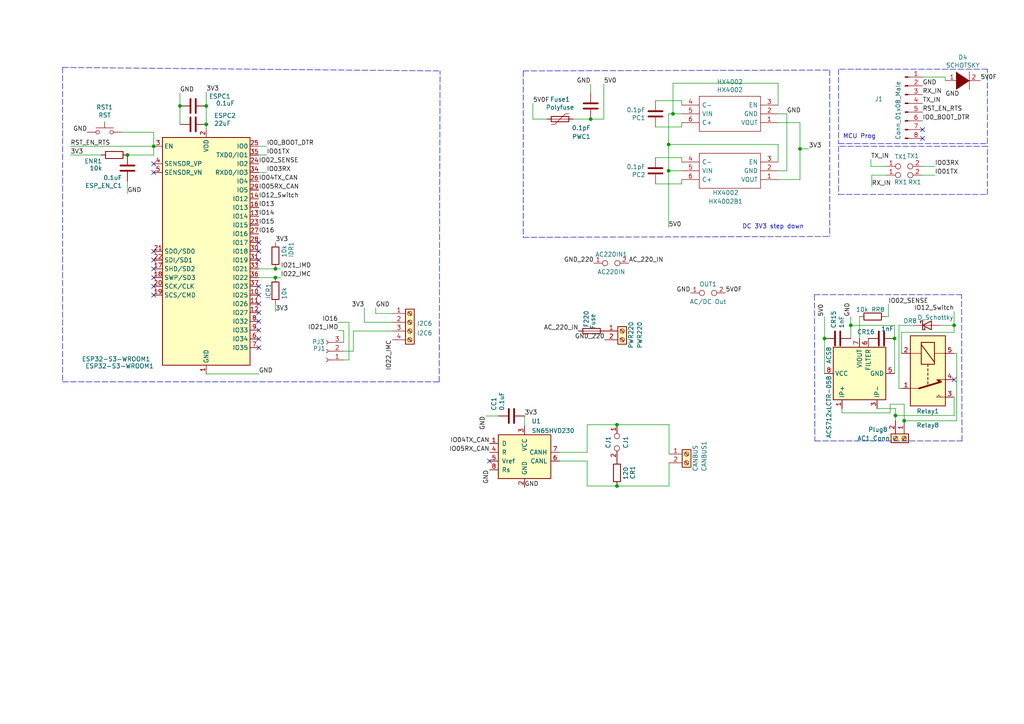
<source format=kicad_sch>
(kicad_sch (version 20211123) (generator eeschema)
  (paper "A4")
  (lib_symbols
    (symbol "Connector:Conn_01x03_Female" (pin_names (offset 1.016) hide)
      (property "Reference" "J" (at 0 5.08 0))
      (property "Value" "Conn_01x03_Female" (at 0 -5.08 0))
      (symbol "Conn_01x03_Female_1_1"
        (arc (start 0 -2.032) (mid -0.508 -2.54) (end 0 -3.048) (stroke (width 0.1524)))
        (polyline (pts (xy -1.27 -2.54) (xy -0.508 -2.54)) (stroke (width 0.1524)))
        (polyline (pts (xy -1.27 0) (xy -0.508 0)) (stroke (width 0.1524)))
        (polyline (pts (xy -1.27 2.54) (xy -0.508 2.54)) (stroke (width 0.1524)))
        (arc (start 0 0.508) (mid -0.508 0) (end 0 -0.508) (stroke (width 0.1524)))
        (arc (start 0 3.048) (mid -0.508 2.54) (end 0 2.032) (stroke (width 0.1524)))
        (pin passive line (at -5.08 2.54 0) (length 3.81) (name "Pin_1") (number "1"))
        (pin passive line (at -5.08 0 0) (length 3.81) (name "Pin_2") (number "2"))
        (pin passive line (at -5.08 -2.54 0) (length 3.81) (name "Pin_3") (number "3"))
      )
    )
    (symbol "Connector:Conn_01x08_Male" (pin_names (offset 1.016) hide)
      (property "Reference" "J" (at 0 10.16 0))
      (property "Value" "Conn_01x08_Male" (at 0 -12.7 0))
      (symbol "Conn_01x08_Male_1_1"
        (polyline (pts (xy 1.27 -10.16) (xy 0.8636 -10.16)) (stroke (width 0.1524)))
        (polyline (pts (xy 1.27 -7.62) (xy 0.8636 -7.62)) (stroke (width 0.1524)))
        (polyline (pts (xy 1.27 -5.08) (xy 0.8636 -5.08)) (stroke (width 0.1524)))
        (polyline (pts (xy 1.27 -2.54) (xy 0.8636 -2.54)) (stroke (width 0.1524)))
        (polyline (pts (xy 1.27 0) (xy 0.8636 0)) (stroke (width 0.1524)))
        (polyline (pts (xy 1.27 2.54) (xy 0.8636 2.54)) (stroke (width 0.1524)))
        (polyline (pts (xy 1.27 5.08) (xy 0.8636 5.08)) (stroke (width 0.1524)))
        (polyline (pts (xy 1.27 7.62) (xy 0.8636 7.62)) (stroke (width 0.1524)))
        (rectangle (start 0.8636 -10.033) (end 0 -10.287) (stroke (width 0.1524)) (fill (type outline)))
        (rectangle (start 0.8636 -7.493) (end 0 -7.747) (stroke (width 0.1524)) (fill (type outline)))
        (rectangle (start 0.8636 -4.953) (end 0 -5.207) (stroke (width 0.1524)) (fill (type outline)))
        (rectangle (start 0.8636 -2.413) (end 0 -2.667) (stroke (width 0.1524)) (fill (type outline)))
        (rectangle (start 0.8636 0.127) (end 0 -0.127) (stroke (width 0.1524)) (fill (type outline)))
        (rectangle (start 0.8636 2.667) (end 0 2.413) (stroke (width 0.1524)) (fill (type outline)))
        (rectangle (start 0.8636 5.207) (end 0 4.953) (stroke (width 0.1524)) (fill (type outline)))
        (rectangle (start 0.8636 7.747) (end 0 7.493) (stroke (width 0.1524)) (fill (type outline)))
        (pin passive line (at 5.08 7.62 180) (length 3.81) (name "Pin_1") (number "1"))
        (pin passive line (at 5.08 5.08 180) (length 3.81) (name "Pin_2") (number "2"))
        (pin passive line (at 5.08 2.54 180) (length 3.81) (name "Pin_3") (number "3"))
        (pin passive line (at 5.08 0 180) (length 3.81) (name "Pin_4") (number "4"))
        (pin passive line (at 5.08 -2.54 180) (length 3.81) (name "Pin_5") (number "5"))
        (pin passive line (at 5.08 -5.08 180) (length 3.81) (name "Pin_6") (number "6"))
        (pin passive line (at 5.08 -7.62 180) (length 3.81) (name "Pin_7") (number "7"))
        (pin passive line (at 5.08 -10.16 180) (length 3.81) (name "Pin_8") (number "8"))
      )
    )
    (symbol "Connector:Screw_Terminal_01x02" (pin_names (offset 1.016) hide)
      (property "Reference" "J" (at 0 2.54 0))
      (property "Value" "Screw_Terminal_01x02" (at 0 -5.08 0))
      (symbol "Screw_Terminal_01x02_1_1"
        (rectangle (start -1.27 1.27) (end 1.27 -3.81) (stroke (width 0.254)) (fill (type background)))
        (circle (center 0 -2.54) (radius 0.635) (stroke (width 0.1524)))
        (polyline (pts (xy -0.5334 -2.2098) (xy 0.3302 -3.048)) (stroke (width 0.1524)))
        (polyline (pts (xy -0.5334 0.3302) (xy 0.3302 -0.508)) (stroke (width 0.1524)))
        (polyline (pts (xy -0.3556 -2.032) (xy 0.508 -2.8702)) (stroke (width 0.1524)))
        (polyline (pts (xy -0.3556 0.508) (xy 0.508 -0.3302)) (stroke (width 0.1524)))
        (circle (center 0 0) (radius 0.635) (stroke (width 0.1524)))
        (pin passive line (at -5.08 0 0) (length 3.81) (name "Pin_1") (number "1"))
        (pin passive line (at -5.08 -2.54 0) (length 3.81) (name "Pin_2") (number "2"))
      )
    )
    (symbol "Connector:Screw_Terminal_01x04" (pin_names (offset 1.016) hide)
      (property "Reference" "J" (at 0 5.08 0))
      (property "Value" "Screw_Terminal_01x04" (at 0 -7.62 0))
      (symbol "Screw_Terminal_01x04_1_1"
        (rectangle (start -1.27 3.81) (end 1.27 -6.35) (stroke (width 0.254)) (fill (type background)))
        (circle (center 0 -5.08) (radius 0.635) (stroke (width 0.1524)))
        (circle (center 0 -2.54) (radius 0.635) (stroke (width 0.1524)))
        (polyline (pts (xy -0.5334 -4.7498) (xy 0.3302 -5.588)) (stroke (width 0.1524)))
        (polyline (pts (xy -0.5334 -2.2098) (xy 0.3302 -3.048)) (stroke (width 0.1524)))
        (polyline (pts (xy -0.5334 0.3302) (xy 0.3302 -0.508)) (stroke (width 0.1524)))
        (polyline (pts (xy -0.5334 2.8702) (xy 0.3302 2.032)) (stroke (width 0.1524)))
        (polyline (pts (xy -0.3556 -4.572) (xy 0.508 -5.4102)) (stroke (width 0.1524)))
        (polyline (pts (xy -0.3556 -2.032) (xy 0.508 -2.8702)) (stroke (width 0.1524)))
        (polyline (pts (xy -0.3556 0.508) (xy 0.508 -0.3302)) (stroke (width 0.1524)))
        (polyline (pts (xy -0.3556 3.048) (xy 0.508 2.2098)) (stroke (width 0.1524)))
        (circle (center 0 0) (radius 0.635) (stroke (width 0.1524)))
        (circle (center 0 2.54) (radius 0.635) (stroke (width 0.1524)))
        (pin passive line (at -5.08 2.54 0) (length 3.81) (name "Pin_1") (number "1"))
        (pin passive line (at -5.08 0 0) (length 3.81) (name "Pin_2") (number "2"))
        (pin passive line (at -5.08 -2.54 0) (length 3.81) (name "Pin_3") (number "3"))
        (pin passive line (at -5.08 -5.08 0) (length 3.81) (name "Pin_4") (number "4"))
      )
    )
    (symbol "Connector:TestPoint_2Pole" (pin_names (offset 0.762) hide)
      (property "Reference" "TP" (at 0 1.524 0))
      (property "Value" "TestPoint_2Pole" (at 0 -1.778 0))
      (symbol "TestPoint_2Pole_0_1"
        (circle (center -1.778 0) (radius 0.762))
        (circle (center 1.778 0) (radius 0.762))
        (pin passive line (at -5.08 0 0) (length 2.54) (name "1") (number "1"))
        (pin passive line (at 5.08 0 180) (length 2.54) (name "2") (number "2"))
      )
    )
    (symbol "Device:C" (pin_numbers hide) (pin_names (offset 0.254))
      (property "Reference" "C" (at 0.635 2.54 0))
      (property "Value" "C" (at 0.635 -2.54 0))
      (symbol "C_0_1"
        (polyline (pts (xy -2.032 -0.762) (xy 2.032 -0.762)) (stroke (width 0.508)))
        (polyline (pts (xy -2.032 0.762) (xy 2.032 0.762)) (stroke (width 0.508)))
      )
      (symbol "C_1_1"
        (pin passive line (at 0 3.81 270) (length 2.794) (name "~") (number "1"))
        (pin passive line (at 0 -3.81 90) (length 2.794) (name "~") (number "2"))
      )
    )
    (symbol "Device:D_Schottky" (pin_numbers hide) (pin_names (offset 1.016) hide)
      (property "Reference" "D" (at 0 2.54 0))
      (property "Value" "D_Schottky" (at 0 -2.54 0))
      (symbol "D_Schottky_0_1"
        (polyline (pts (xy 1.27 0) (xy -1.27 0)))
        (polyline (pts (xy 1.27 1.27) (xy 1.27 -1.27) (xy -1.27 0) (xy 1.27 1.27)) (stroke (width 0.254)))
        (polyline (pts (xy -1.905 0.635) (xy -1.905 1.27) (xy -1.27 1.27) (xy -1.27 -1.27) (xy -0.635 -1.27) (xy -0.635 -0.635)) (stroke (width 0.254)))
      )
      (symbol "D_Schottky_1_1"
        (pin passive line (at -3.81 0 0) (length 2.54) (name "K") (number "1"))
        (pin passive line (at 3.81 0 180) (length 2.54) (name "A") (number "2"))
      )
    )
    (symbol "Device:Fuse" (pin_numbers hide) (pin_names (offset 0))
      (property "Reference" "F" (at 2.032 0 90))
      (property "Value" "Fuse" (at -1.905 0 90))
      (symbol "Fuse_0_1"
        (rectangle (start -0.762 -2.54) (end 0.762 2.54) (stroke (width 0.254)))
        (polyline (pts (xy 0 2.54) (xy 0 -2.54)))
      )
      (symbol "Fuse_1_1"
        (pin passive line (at 0 3.81 270) (length 1.27) (name "~") (number "1"))
        (pin passive line (at 0 -3.81 90) (length 1.27) (name "~") (number "2"))
      )
    )
    (symbol "Device:Polyfuse" (pin_numbers hide) (pin_names (offset 0))
      (property "Reference" "F" (at -2.54 0 90))
      (property "Value" "Polyfuse" (at 2.54 0 90))
      (symbol "Polyfuse_0_1"
        (rectangle (start -0.762 2.54) (end 0.762 -2.54) (stroke (width 0.254)))
        (polyline (pts (xy 0 2.54) (xy 0 -2.54)))
        (polyline (pts (xy -1.524 2.54) (xy -1.524 1.524) (xy 1.524 -1.524) (xy 1.524 -2.54)))
      )
      (symbol "Polyfuse_1_1"
        (pin passive line (at 0 3.81 270) (length 1.27) (name "~") (number "1"))
        (pin passive line (at 0 -3.81 90) (length 1.27) (name "~") (number "2"))
      )
    )
    (symbol "Device:R" (pin_numbers hide) (pin_names (offset 0))
      (property "Reference" "R" (at 2.032 0 90))
      (property "Value" "R" (at 0 0 90))
      (symbol "R_0_1"
        (rectangle (start -1.016 -2.54) (end 1.016 2.54) (stroke (width 0.254)))
      )
      (symbol "R_1_1"
        (pin passive line (at 0 3.81 270) (length 1.27) (name "~") (number "1"))
        (pin passive line (at 0 -3.81 90) (length 1.27) (name "~") (number "2"))
      )
    )
    (symbol "HX4002:HX4002" (pin_names (offset 0.762))
      (property "Reference" "IC" (at 24.13 7.62 0))
      (property "Value" "HX4002_HX4002" (at 24.13 5.08 0))
      (symbol "HX4002_0_0"
        (pin passive line (at 0 0 0) (length 5.08) (name "VOUT") (number "1"))
        (pin passive line (at 0 -2.54 0) (length 5.08) (name "GND") (number "2"))
        (pin passive line (at 0 -5.08 0) (length 5.08) (name "EN") (number "3"))
        (pin passive line (at 27.94 -5.08 180) (length 5.08) (name "C-") (number "4"))
        (pin passive line (at 27.94 -2.54 180) (length 5.08) (name "VIN") (number "5"))
        (pin passive line (at 27.94 0 180) (length 5.08) (name "C+") (number "6"))
      )
      (symbol "HX4002_0_1"
        (polyline (pts (xy 5.08 2.54) (xy 22.86 2.54) (xy 22.86 -7.62) (xy 5.08 -7.62) (xy 5.08 2.54)) (stroke (width 0.1524)))
      )
    )
    (symbol "Interface_CAN_LIN:SN65HVD230" (pin_names (offset 1.016))
      (property "Reference" "U" (at -2.54 10.16 0))
      (property "Value" "SN65HVD230" (at -2.54 7.62 0))
      (symbol "SN65HVD230_0_1"
        (rectangle (start -7.62 5.08) (end 7.62 -7.62) (stroke (width 0.254)) (fill (type background)))
      )
      (symbol "SN65HVD230_1_1"
        (pin input line (at -10.16 2.54 0) (length 2.54) (name "D") (number "1"))
        (pin power_in line (at 0 -10.16 90) (length 2.54) (name "GND") (number "2"))
        (pin power_in line (at 0 7.62 270) (length 2.54) (name "VCC") (number "3"))
        (pin output line (at -10.16 0 0) (length 2.54) (name "R") (number "4"))
        (pin output line (at -10.16 -2.54 0) (length 2.54) (name "Vref") (number "5"))
        (pin bidirectional line (at 10.16 -2.54 180) (length 2.54) (name "CANL") (number "6"))
        (pin bidirectional line (at 10.16 0 180) (length 2.54) (name "CANH") (number "7"))
        (pin input line (at -10.16 -5.08 0) (length 2.54) (name "Rs") (number "8"))
      )
    )
    (symbol "RF_Module:ESP32-WROOM-32"
      (property "Reference" "U" (at -12.7 34.29 0))
      (property "Value" "ESP32-WROOM-32" (at 1.27 34.29 0))
      (symbol "ESP32-WROOM-32_0_1"
        (rectangle (start -12.7 33.02) (end 12.7 -33.02) (stroke (width 0.254)) (fill (type background)))
      )
      (symbol "ESP32-WROOM-32_1_1"
        (pin power_in line (at 0 -35.56 90) (length 2.54) (name "GND") (number "1"))
        (pin bidirectional line (at 15.24 -12.7 180) (length 2.54) (name "IO25") (number "10"))
        (pin bidirectional line (at 15.24 -15.24 180) (length 2.54) (name "IO26") (number "11"))
        (pin bidirectional line (at 15.24 -17.78 180) (length 2.54) (name "IO27") (number "12"))
        (pin bidirectional line (at 15.24 10.16 180) (length 2.54) (name "IO14") (number "13"))
        (pin bidirectional line (at 15.24 15.24 180) (length 2.54) (name "IO12") (number "14"))
        (pin passive line (at 0 -35.56 90) (length 2.54) hide (name "GND") (number "15"))
        (pin bidirectional line (at 15.24 12.7 180) (length 2.54) (name "IO13") (number "16"))
        (pin bidirectional line (at -15.24 -5.08 0) (length 2.54) (name "SHD/SD2") (number "17"))
        (pin bidirectional line (at -15.24 -7.62 0) (length 2.54) (name "SWP/SD3") (number "18"))
        (pin bidirectional line (at -15.24 -12.7 0) (length 2.54) (name "SCS/CMD") (number "19"))
        (pin power_in line (at 0 35.56 270) (length 2.54) (name "VDD") (number "2"))
        (pin bidirectional line (at -15.24 -10.16 0) (length 2.54) (name "SCK/CLK") (number "20"))
        (pin bidirectional line (at -15.24 0 0) (length 2.54) (name "SDO/SD0") (number "21"))
        (pin bidirectional line (at -15.24 -2.54 0) (length 2.54) (name "SDI/SD1") (number "22"))
        (pin bidirectional line (at 15.24 7.62 180) (length 2.54) (name "IO15") (number "23"))
        (pin bidirectional line (at 15.24 25.4 180) (length 2.54) (name "IO2") (number "24"))
        (pin bidirectional line (at 15.24 30.48 180) (length 2.54) (name "IO0") (number "25"))
        (pin bidirectional line (at 15.24 20.32 180) (length 2.54) (name "IO4") (number "26"))
        (pin bidirectional line (at 15.24 5.08 180) (length 2.54) (name "IO16") (number "27"))
        (pin bidirectional line (at 15.24 2.54 180) (length 2.54) (name "IO17") (number "28"))
        (pin bidirectional line (at 15.24 17.78 180) (length 2.54) (name "IO5") (number "29"))
        (pin input line (at -15.24 30.48 0) (length 2.54) (name "EN") (number "3"))
        (pin bidirectional line (at 15.24 0 180) (length 2.54) (name "IO18") (number "30"))
        (pin bidirectional line (at 15.24 -2.54 180) (length 2.54) (name "IO19") (number "31"))
        (pin no_connect line (at -12.7 -27.94 0) (length 2.54) hide (name "NC") (number "32"))
        (pin bidirectional line (at 15.24 -5.08 180) (length 2.54) (name "IO21") (number "33"))
        (pin bidirectional line (at 15.24 22.86 180) (length 2.54) (name "RXD0/IO3") (number "34"))
        (pin bidirectional line (at 15.24 27.94 180) (length 2.54) (name "TXD0/IO1") (number "35"))
        (pin bidirectional line (at 15.24 -7.62 180) (length 2.54) (name "IO22") (number "36"))
        (pin bidirectional line (at 15.24 -10.16 180) (length 2.54) (name "IO23") (number "37"))
        (pin passive line (at 0 -35.56 90) (length 2.54) hide (name "GND") (number "38"))
        (pin passive line (at 0 -35.56 90) (length 2.54) hide (name "GND") (number "39"))
        (pin input line (at -15.24 25.4 0) (length 2.54) (name "SENSOR_VP") (number "4"))
        (pin input line (at -15.24 22.86 0) (length 2.54) (name "SENSOR_VN") (number "5"))
        (pin input line (at 15.24 -25.4 180) (length 2.54) (name "IO34") (number "6"))
        (pin input line (at 15.24 -27.94 180) (length 2.54) (name "IO35") (number "7"))
        (pin bidirectional line (at 15.24 -20.32 180) (length 2.54) (name "IO32") (number "8"))
        (pin bidirectional line (at 15.24 -22.86 180) (length 2.54) (name "IO33") (number "9"))
      )
    )
    (symbol "Relay:SANYOU_SRD_Form_C"
      (property "Reference" "K" (at 11.43 3.81 0))
      (property "Value" "SANYOU_SRD_Form_C" (at 11.43 1.27 0))
      (symbol "SANYOU_SRD_Form_C_0_0"
        (polyline (pts (xy 7.62 5.08) (xy 7.62 2.54) (xy 6.985 3.175) (xy 7.62 3.81)))
      )
      (symbol "SANYOU_SRD_Form_C_0_1"
        (rectangle (start -10.16 5.08) (end 10.16 -5.08) (stroke (width 0.254)) (fill (type background)))
        (rectangle (start -8.255 1.905) (end -1.905 -1.905) (stroke (width 0.254)))
        (polyline (pts (xy -7.62 -1.905) (xy -2.54 1.905)) (stroke (width 0.254)))
        (polyline (pts (xy -5.08 -5.08) (xy -5.08 -1.905)))
        (polyline (pts (xy -5.08 5.08) (xy -5.08 1.905)))
        (polyline (pts (xy -1.905 0) (xy -1.27 0)) (stroke (width 0.254)))
        (polyline (pts (xy -0.635 0) (xy 0 0)) (stroke (width 0.254)))
        (polyline (pts (xy 0.635 0) (xy 1.27 0)) (stroke (width 0.254)))
        (polyline (pts (xy 1.905 0) (xy 2.54 0)) (stroke (width 0.254)))
        (polyline (pts (xy 3.175 0) (xy 3.81 0)) (stroke (width 0.254)))
        (polyline (pts (xy 5.08 -2.54) (xy 3.175 3.81)) (stroke (width 0.508)))
        (polyline (pts (xy 5.08 -2.54) (xy 5.08 -5.08)))
      )
      (symbol "SANYOU_SRD_Form_C_1_1"
        (polyline (pts (xy 2.54 3.81) (xy 3.175 3.175) (xy 2.54 2.54) (xy 2.54 5.08)) (fill (type outline)))
        (pin passive line (at 5.08 -7.62 90) (length 2.54) (name "~") (number "1"))
        (pin passive line (at -5.08 -7.62 90) (length 2.54) (name "~") (number "2"))
        (pin passive line (at 7.62 7.62 270) (length 2.54) (name "~") (number "3"))
        (pin passive line (at 2.54 7.62 270) (length 2.54) (name "~") (number "4"))
        (pin passive line (at -5.08 7.62 270) (length 2.54) (name "~") (number "5"))
      )
    )
    (symbol "Sensor_Current:ACS712xLCTR-05B"
      (property "Reference" "U" (at 2.54 11.43 0))
      (property "Value" "ACS712xLCTR-05B" (at 2.54 8.89 0))
      (symbol "ACS712xLCTR-05B_0_1"
        (rectangle (start -7.62 7.62) (end 7.62 -7.62) (stroke (width 0.254)) (fill (type background)))
      )
      (symbol "ACS712xLCTR-05B_1_1"
        (pin passive line (at -10.16 5.08 0) (length 2.54) (name "IP+") (number "1"))
        (pin passive line (at -10.16 5.08 0) (length 2.54) hide (name "IP+") (number "2"))
        (pin passive line (at -10.16 -5.08 0) (length 2.54) (name "IP-") (number "3"))
        (pin passive line (at -10.16 -5.08 0) (length 2.54) hide (name "IP-") (number "4"))
        (pin power_in line (at 0 -10.16 90) (length 2.54) (name "GND") (number "5"))
        (pin passive line (at 10.16 -2.54 180) (length 2.54) (name "FILTER") (number "6"))
        (pin output line (at 10.16 0 180) (length 2.54) (name "VIOUT") (number "7"))
        (pin power_in line (at 0 10.16 270) (length 2.54) (name "VCC") (number "8"))
      )
    )
    (symbol "Switch:SW_Push" (pin_numbers hide) (pin_names (offset 1.016) hide)
      (property "Reference" "SW" (at 1.27 2.54 0))
      (property "Value" "SW_Push" (at 0 -1.524 0))
      (symbol "SW_Push_0_1"
        (circle (center -2.032 0) (radius 0.508))
        (polyline (pts (xy 0 1.27) (xy 0 3.048)))
        (polyline (pts (xy 2.54 1.27) (xy -2.54 1.27)))
        (circle (center 2.032 0) (radius 0.508))
        (pin passive line (at -5.08 0 0) (length 2.54) (name "1") (number "1"))
        (pin passive line (at 5.08 0 180) (length 2.54) (name "2") (number "2"))
      )
    )
    (symbol "pspice:DIODE" (pin_names (offset 1.016) hide)
      (property "Reference" "D" (at 0 3.81 0))
      (property "Value" "DIODE" (at 0 -4.445 0))
      (symbol "DIODE_0_1"
        (polyline (pts (xy 1.905 2.54) (xy 1.905 -2.54)))
        (polyline (pts (xy -1.905 2.54) (xy -1.905 -2.54) (xy 1.905 0)) (fill (type outline)))
      )
      (symbol "DIODE_1_1"
        (pin input line (at -5.08 0 0) (length 3.81) (name "K") (number "1"))
        (pin input line (at 5.08 0 180) (length 3.81) (name "A") (number "2"))
      )
    )
  )
  (junction (at 259.715 120.523))
  (junction (at 262.255 122.047))
  (junction (at 232.029 43.18))
  (junction (at 246.761 94.361))
  (junction (at 178.943 123.19))
  (junction (at 59.817 30.734))
  (junction (at 239.141 98.171))
  (junction (at 193.929 41.91))
  (junction (at 44.577 42.418))
  (junction (at 276.733 94.361))
  (junction (at 195.199 33.02))
  (junction (at 79.883 80.518))
  (junction (at 36.957 44.958))
  (junction (at 52.197 30.734))
  (junction (at 59.817 36.068))
  (junction (at 259.461 98.171))
  (junction (at 178.943 140.97))
  (junction (at 79.883 77.978))
  (junction (at 193.929 49.53))
  (junction (at 171.323 34.544))
  (no_connect (at 44.577 72.898))
  (no_connect (at 44.577 85.598))
  (no_connect (at 276.733 110.109))
  (no_connect (at 44.577 80.518))
  (no_connect (at 267.589 37.592))
  (no_connect (at 75.057 72.898))
  (no_connect (at 75.057 75.438))
  (no_connect (at 75.057 93.218))
  (no_connect (at 75.057 95.758))
  (no_connect (at 75.057 98.298))
  (no_connect (at 75.057 100.838))
  (no_connect (at 75.057 83.058))
  (no_connect (at 75.057 85.598))
  (no_connect (at 75.057 88.138))
  (no_connect (at 75.057 90.678))
  (no_connect (at 44.577 50.038))
  (no_connect (at 141.986 133.731))
  (no_connect (at 75.057 70.358))
  (no_connect (at 44.577 83.058))
  (no_connect (at 44.577 77.978))
  (no_connect (at 44.577 47.498))
  (no_connect (at 44.577 75.438))
  (no_connect (at 267.589 40.132))
  (wire (pts (xy 197.739 45.72) (xy 190.119 45.72)))
  (polyline (pts (xy 18.161 19.558) (xy 127.635 20.574)))
  (wire (pts (xy 171.323 26.924) (xy 171.323 24.384)))
  (wire (pts (xy 102.489 96.012) (xy 113.792 96.012)))
  (wire (pts (xy 170.307 133.731) (xy 170.307 140.97)))
  (wire (pts (xy 228.219 33.02) (xy 228.219 49.53)))
  (wire (pts (xy 276.733 120.523) (xy 259.715 120.523)))
  (wire (pts (xy 59.817 36.068) (xy 59.817 37.338)))
  (wire (pts (xy 232.029 43.18) (xy 232.029 52.07)))
  (wire (pts (xy 276.733 96.393) (xy 276.733 94.361)))
  (wire (pts (xy 75.057 42.418) (xy 77.343 42.418)))
  (wire (pts (xy 234.569 43.18) (xy 232.029 43.18)))
  (wire (pts (xy 276.733 115.189) (xy 276.733 120.523)))
  (wire (pts (xy 249.301 98.171) (xy 249.301 91.821)))
  (wire (pts (xy 170.307 123.19) (xy 170.307 131.191)))
  (polyline (pts (xy 286.385 42.418) (xy 243.205 42.418)))
  (wire (pts (xy 228.219 49.53) (xy 225.679 49.53)))
  (wire (pts (xy 239.141 108.331) (xy 239.141 98.171)))
  (wire (pts (xy 79.883 80.518) (xy 81.407 80.518)))
  (wire (pts (xy 277.495 122.047) (xy 262.255 122.047)))
  (wire (pts (xy 197.739 52.07) (xy 197.739 53.34)))
  (wire (pts (xy 267.335 50.8) (xy 271.145 50.8)))
  (wire (pts (xy 144.526 120.65) (xy 140.97 120.65)))
  (wire (pts (xy 252.603 48.26) (xy 257.175 48.26)))
  (wire (pts (xy 193.929 49.53) (xy 193.929 41.91)))
  (wire (pts (xy 178.943 123.19) (xy 194.056 123.19)))
  (wire (pts (xy 152.146 120.65) (xy 152.146 123.571)))
  (wire (pts (xy 75.057 50.038) (xy 77.343 50.038)))
  (wire (pts (xy 59.817 30.734) (xy 59.817 36.068)))
  (wire (pts (xy 79.883 77.978) (xy 81.407 77.978)))
  (wire (pts (xy 265.049 94.361) (xy 260.731 94.361)))
  (wire (pts (xy 158.623 34.544) (xy 154.559 34.544)))
  (wire (pts (xy 178.943 140.97) (xy 194.056 140.97)))
  (wire (pts (xy 193.929 49.53) (xy 193.929 66.04)))
  (polyline (pts (xy 243.205 20.066) (xy 243.205 41.656)))
  (wire (pts (xy 259.461 94.361) (xy 259.461 98.171)))
  (wire (pts (xy 276.733 94.361) (xy 272.669 94.361)))
  (wire (pts (xy 175.133 24.384) (xy 175.133 34.544)))
  (wire (pts (xy 52.197 30.734) (xy 52.197 36.068)))
  (wire (pts (xy 170.307 123.19) (xy 178.943 123.19)))
  (wire (pts (xy 170.307 140.97) (xy 178.943 140.97)))
  (wire (pts (xy 258.191 119.761) (xy 244.221 119.761)))
  (wire (pts (xy 99.695 104.394) (xy 101.219 104.394)))
  (wire (pts (xy 35.433 38.354) (xy 44.577 38.354)))
  (wire (pts (xy 246.761 94.361) (xy 259.461 94.361)))
  (wire (pts (xy 195.199 33.02) (xy 197.739 33.02)))
  (wire (pts (xy 75.057 44.958) (xy 77.343 44.958)))
  (wire (pts (xy 44.577 42.418) (xy 44.577 38.354)))
  (wire (pts (xy 261.493 96.393) (xy 276.733 96.393)))
  (wire (pts (xy 59.817 26.67) (xy 59.817 30.734)))
  (wire (pts (xy 267.335 48.26) (xy 271.145 48.26)))
  (wire (pts (xy 261.493 102.489) (xy 261.493 96.393)))
  (wire (pts (xy 244.221 119.761) (xy 244.221 118.491)))
  (wire (pts (xy 257.683 88.265) (xy 257.683 91.821)))
  (wire (pts (xy 259.715 118.491) (xy 259.715 120.523)))
  (wire (pts (xy 252.857 50.8) (xy 257.175 50.8)))
  (wire (pts (xy 246.761 98.171) (xy 246.761 94.361)))
  (wire (pts (xy 252.857 50.8) (xy 252.857 54.102)))
  (wire (pts (xy 225.679 41.91) (xy 225.679 46.99)))
  (wire (pts (xy 105.664 93.472) (xy 113.792 93.472)))
  (wire (pts (xy 193.929 33.02) (xy 195.199 33.02)))
  (wire (pts (xy 105.664 89.281) (xy 105.664 93.472)))
  (wire (pts (xy 99.695 101.854) (xy 102.489 101.854)))
  (wire (pts (xy 36.957 52.578) (xy 36.957 56.134)))
  (wire (pts (xy 171.323 34.544) (xy 175.133 34.544)))
  (wire (pts (xy 154.559 29.972) (xy 154.559 34.544)))
  (wire (pts (xy 260.731 94.361) (xy 260.731 112.649)))
  (polyline (pts (xy 286.385 20.066) (xy 243.205 20.066)))
  (wire (pts (xy 276.733 90.297) (xy 276.733 94.361)))
  (wire (pts (xy 232.029 35.56) (xy 232.029 43.18)))
  (wire (pts (xy 257.683 91.821) (xy 256.921 91.821)))
  (wire (pts (xy 108.966 89.281) (xy 108.966 90.932)))
  (polyline (pts (xy 243.205 42.418) (xy 243.205 56.388)))
  (wire (pts (xy 101.219 93.472) (xy 101.219 104.394)))
  (wire (pts (xy 260.731 112.649) (xy 261.493 112.649)))
  (wire (pts (xy 98.044 93.472) (xy 101.219 93.472)))
  (polyline (pts (xy 286.385 56.388) (xy 286.385 42.418)))
  (wire (pts (xy 162.306 133.731) (xy 170.307 133.731)))
  (wire (pts (xy 259.461 108.331) (xy 259.461 98.171)))
  (wire (pts (xy 20.447 42.418) (xy 44.577 42.418)))
  (wire (pts (xy 162.306 131.191) (xy 170.307 131.191)))
  (wire (pts (xy 75.057 80.518) (xy 79.883 80.518)))
  (wire (pts (xy 44.577 42.418) (xy 44.577 44.958)))
  (polyline (pts (xy 151.765 20.574) (xy 151.765 68.834)))
  (wire (pts (xy 197.739 36.83) (xy 190.119 36.83)))
  (wire (pts (xy 232.029 52.07) (xy 225.679 52.07)))
  (wire (pts (xy 254.381 118.491) (xy 259.715 118.491)))
  (polyline (pts (xy 243.205 41.656) (xy 286.385 41.656)))
  (wire (pts (xy 274.193 22.352) (xy 274.193 23.368)))
  (polyline (pts (xy 18.161 19.558) (xy 18.161 110.744)))
  (wire (pts (xy 277.495 102.489) (xy 276.733 102.489)))
  (wire (pts (xy 267.589 22.352) (xy 274.193 22.352)))
  (wire (pts (xy 197.739 35.56) (xy 197.739 36.83)))
  (wire (pts (xy 252.603 46.228) (xy 252.603 48.26)))
  (wire (pts (xy 239.141 98.171) (xy 239.141 91.821)))
  (wire (pts (xy 258.191 117.221) (xy 258.191 119.761)))
  (polyline (pts (xy 240.665 20.32) (xy 240.665 68.58)))
  (wire (pts (xy 108.966 90.932) (xy 113.792 90.932)))
  (wire (pts (xy 262.255 122.047) (xy 262.255 117.221)))
  (wire (pts (xy 195.199 33.02) (xy 195.199 24.13)))
  (polyline (pts (xy 236.22 85.471) (xy 278.892 85.471)))
  (wire (pts (xy 193.929 41.91) (xy 225.679 41.91)))
  (polyline (pts (xy 243.205 56.388) (xy 286.385 56.388)))
  (polyline (pts (xy 286.385 41.656) (xy 286.385 20.066)))
  (wire (pts (xy 197.739 30.48) (xy 197.739 29.21)))
  (polyline (pts (xy 127.381 110.744) (xy 127.635 20.574)))
  (polyline (pts (xy 151.765 68.834) (xy 240.665 68.58)))
  (wire (pts (xy 197.739 29.21) (xy 190.119 29.21)))
  (wire (pts (xy 99.695 99.314) (xy 99.695 95.885)))
  (wire (pts (xy 194.056 134.239) (xy 194.056 140.97)))
  (wire (pts (xy 102.489 101.854) (xy 102.489 96.012)))
  (wire (pts (xy 20.447 44.958) (xy 29.337 44.958)))
  (polyline (pts (xy 236.347 127.889) (xy 279.019 127.889)))
  (polyline (pts (xy 236.22 85.471) (xy 236.347 127.889)))
  (wire (pts (xy 195.199 24.13) (xy 225.679 24.13)))
  (wire (pts (xy 197.739 46.99) (xy 197.739 45.72)))
  (polyline (pts (xy 18.161 110.744) (xy 127.381 110.744)))
  (wire (pts (xy 225.679 24.13) (xy 225.679 30.48)))
  (wire (pts (xy 246.761 94.361) (xy 246.761 91.821)))
  (wire (pts (xy 262.255 117.221) (xy 258.191 117.221)))
  (wire (pts (xy 59.817 108.458) (xy 75.057 108.458)))
  (wire (pts (xy 193.929 41.91) (xy 193.929 33.02)))
  (polyline (pts (xy 151.765 20.574) (xy 240.665 20.32)))
  (wire (pts (xy 166.243 34.544) (xy 171.323 34.544)))
  (wire (pts (xy 52.197 26.924) (xy 52.197 30.734)))
  (wire (pts (xy 98.171 95.885) (xy 99.695 95.885)))
  (wire (pts (xy 79.883 88.138) (xy 79.883 90.424)))
  (wire (pts (xy 197.739 49.53) (xy 193.929 49.53)))
  (wire (pts (xy 44.577 44.958) (xy 36.957 44.958)))
  (wire (pts (xy 197.739 53.34) (xy 190.119 53.34)))
  (wire (pts (xy 75.057 77.978) (xy 79.883 77.978)))
  (wire (pts (xy 277.495 102.489) (xy 277.495 122.047)))
  (wire (pts (xy 194.056 123.19) (xy 194.056 131.699)))
  (polyline (pts (xy 279.019 127.889) (xy 278.892 85.471)))
  (wire (pts (xy 225.679 33.02) (xy 228.219 33.02)))
  (wire (pts (xy 259.715 120.523) (xy 259.715 122.047)))
  (wire (pts (xy 225.679 35.56) (xy 232.029 35.56)))
  (text "DC 3V3 step down" (at 215.265 66.548 0) (effects (font (size 1.27 1.27)) (justify left bottom)))
  (text "MCU Prog" (at 244.475 40.386 0) (effects (font (size 1.27 1.27)) (justify left bottom)))
  (label "GND" (at 228.219 33.02 0))
  (label "GND" (at 200.279 84.963 180))
  (label "GND" (at 75.057 108.458 0))
  (label "IO15" (at 75.057 65.278 0))
  (label "IO01TX" (at 271.145 50.8 0))
  (label "GND" (at 52.197 26.924 0))
  (label "IO22_IMC" (at 81.407 80.518 0))
  (label "5V0" (at 193.929 66.04 0))
  (label "GND" (at 25.273 38.354 180))
  (label "IO21_IMD" (at 98.171 95.885 180))
  (label "RST_EN_RTS" (at 20.447 42.418 0))
  (label "RST_EN_RTS" (at 267.589 32.512 0))
  (label "5V0F" (at 284.353 23.368 0))
  (label "IO0_BOOT_DTR" (at 267.589 35.052 0))
  (label "GND" (at 171.323 24.384 180))
  (label "RX_IN" (at 267.589 27.432 0))
  (label "GND" (at 152.146 141.351 0))
  (label "GND" (at 267.589 24.892 0))
  (label "IO03RX" (at 77.343 50.038 0))
  (label "GND" (at 36.957 56.134 0))
  (label "IO16" (at 75.057 67.818 0))
  (label "IO16" (at 98.044 93.472 180))
  (label "AC_220_IN" (at 182.372 76.327 0))
  (label "5V0F" (at 154.559 29.972 0))
  (label "5V0F" (at 210.439 84.963 0))
  (label "IO03RX" (at 271.145 48.26 0))
  (label "3V3" (at 79.883 70.358 0))
  (label "TX_IN" (at 267.589 29.972 0))
  (label "3V3" (at 105.664 89.281 180))
  (label "5V0" (at 239.141 91.821 90))
  (label "IO0_BOOT_DTR" (at 77.343 42.418 0))
  (label "IO21_IMD" (at 81.407 77.978 0))
  (label "GND" (at 140.97 120.65 270))
  (label "RX_IN" (at 252.857 54.102 0))
  (label "IO14" (at 75.057 62.738 0))
  (label "IO12_Switch" (at 75.057 57.658 0))
  (label "IO22_IMC" (at 113.792 98.552 270))
  (label "IO12_Switch" (at 276.733 90.297 180))
  (label "GND" (at 274.193 28.194 0))
  (label "3V3" (at 234.569 43.18 0))
  (label "5V0" (at 175.133 24.384 0))
  (label "IO13" (at 75.057 60.198 0))
  (label "IO04TX_CAN" (at 141.986 128.651 180))
  (label "GND_220" (at 172.212 76.327 180))
  (label "GND" (at 141.986 136.271 270))
  (label "IO05RX_CAN" (at 141.986 131.191 180))
  (label "GND" (at 246.761 91.821 90))
  (label "3V3" (at 79.883 90.424 0))
  (label "IO05RX_CAN" (at 75.057 55.118 0))
  (label "3V3" (at 152.146 120.65 0))
  (label "3V3" (at 59.817 26.67 0))
  (label "3V3" (at 20.447 44.958 0))
  (label "IO02_SENSE" (at 257.683 88.265 0))
  (label "IO01TX" (at 77.343 44.958 0))
  (label "IO02_SENSE" (at 75.057 47.498 0))
  (label "GND_220" (at 175.387 98.552 180))
  (label "IO04TX_CAN" (at 75.057 52.578 0))
  (label "AC_220_IN" (at 167.767 96.012 180))
  (label "GND" (at 108.966 89.281 0))
  (label "TX_IN" (at 252.603 46.228 0))
  (symbol (lib_id "Device:R") (at 33.147 44.958 90) (unit 1)
    (property "Reference" "ENR1" (at 27.051 46.736 90))
    (property "Value" "10k" (at 27.813 48.768 90))
    (property "Footprint" "Resistor_SMD:R_1206_3216Metric_Pad1.30x1.75mm_HandSolder" (effects hide))
  )
  (symbol (lib_id "Device:C") (at 171.323 30.734 180) (unit 1)
    (property "Reference" "PWC1" (at 171.323 39.624 0) (effects (justify left)))
    (property "Value" "0.1pF" (at 171.323 37.084 0) (effects (justify left)))
    (property "Footprint" "Capacitor_SMD:C_1206_3216Metric_Pad1.33x1.80mm_HandSolder" (effects hide))
  )
  (symbol (lib_id "HX4002:HX4002") (at 225.679 52.07 180) (unit 1)
    (property "Reference" "HX4002B1" (at 210.439 58.42 0))
    (property "Value" "HX4002" (at 210.439 55.88 0))
    (property "Footprint" "AeonLabs:HX4002 SOT95 P280X125-6N" (effects hide))
    (property "Datasheet" "http://www.jiecx.com/files856985665897965/productpdf/2013-7-5/545010255.pdf" (effects hide))
    (property "Description" "Low Noise Regulated Charge Pump in SOT23-6" (effects hide))
    (property "Height" "1.25" (effects hide))
    (property "Manufacturer_Name" "HEXIN" (effects hide))
    (property "Manufacturer_Part_Number" "HX4002" (effects hide))
  )
  (symbol (lib_id "RF_Module:ESP32-WROOM-32") (at 59.817 72.898 0) (unit 1)
    (property "Reference" "ESP32-S3-WROOM1" (at 33.655 104.14 0))
    (property "Value" "ESP32-S3-WROOM1" (at 34.671 106.172 0))
    (property "Footprint" "RF_Module:ESP32-WROOM-32" (effects hide))
    (property "Datasheet" "https://www.espressif.com/sites/default/files/documentation/esp32-wroom-32_datasheet_en.pdf" (effects hide))
  )
  (symbol (lib_id "pspice:DIODE") (at 279.273 23.368 0) (unit 1)
    (property "Reference" "D4" (at 279.273 16.637 0))
    (property "Value" "SCHOTSKY" (at 279.273 18.9484 0))
    (property "Footprint" "Diode_SMD:D_1210_3225Metric_Pad1.42x2.65mm_HandSolder" (effects hide))
  )
  (symbol (lib_id "Connector:Conn_01x08_Male") (at 262.509 29.972 0) (unit 1)
    (property "Reference" "J1" (at 254.889 28.702 0))
    (property "Value" "Conn_01x08_Male" (at 260.477 32.004 90))
    (property "Footprint" "Connector:SOIC_clipProgSmall" (effects hide))
  )
  (symbol (lib_id "HX4002:HX4002") (at 225.679 35.56 180) (unit 1)
    (property "Reference" "HX4002" (at 211.709 23.749 0))
    (property "Value" "HX4002" (at 211.709 26.0604 0))
    (property "Footprint" "AeonLabs:HX4002 SOT95 P280X125-6N" (effects hide))
    (property "Datasheet" "http://www.jiecx.com/files856985665897965/productpdf/2013-7-5/545010255.pdf" (effects hide))
    (property "Description" "Low Noise Regulated Charge Pump in SOT23-6" (effects hide))
    (property "Height" "1.25" (effects hide))
    (property "Manufacturer_Name" "HEXIN" (effects hide))
    (property "Manufacturer_Part_Number" "HX4002" (effects hide))
  )
  (symbol (lib_id "Connector:Screw_Terminal_01x04") (at 118.872 93.472 0) (unit 1)
    (property "Reference" "I2C6" (at 120.904 93.8335 0) (effects (justify left)))
    (property "Value" "I2C6" (at 120.904 96.6086 0) (effects (justify left)))
    (property "Footprint" "TerminalBlock_4Ucon:TerminalBlock_4Ucon_1x04_P3.50mm_Vertical" (effects hide))
  )
  (symbol (lib_id "Connector:Conn_01x03_Female") (at 94.615 101.854 180) (unit 1)
    (property "Reference" "PJ3" (at 92.329 99.187 0))
    (property "Value" "PJ1" (at 92.583 101.092 0))
    (property "Footprint" "TestPoint:TestPoint_3Pads_Pitch2.54mm_Drill0.8mm" (effects hide))
  )
  (symbol (lib_id "Connector:Screw_Terminal_01x02") (at 180.467 96.012 0) (unit 1)
    (property "Reference" "PWR220" (at 185.547 101.092 90) (effects (justify left)))
    (property "Value" "PWR220" (at 183.007 101.092 90) (effects (justify left)))
    (property "Footprint" "TerminalBlock:TerminalBlock_bornier-2_P5.08mm" (effects hide))
  )
  (symbol (lib_id "Device:D_Schottky") (at 268.859 94.361 0) (unit 1)
    (property "Reference" "DR8" (at 262.001 93.091 0) (effects (justify left)))
    (property "Value" "D_Schottky" (at 266.065 92.075 0) (effects (justify left)))
    (property "Footprint" "Diode_SMD:D_1210_3225Metric_Pad1.42x2.65mm_HandSolder" (effects hide))
  )
  (symbol (lib_id "Device:R") (at 79.883 84.328 180) (unit 1)
    (property "Reference" "ICR1" (at 77.851 84.455 90))
    (property "Value" "10k" (at 82.423 85.09 90))
    (property "Footprint" "Resistor_SMD:R_1206_3216Metric_Pad1.30x1.75mm_HandSolder" (effects hide))
  )
  (symbol (lib_id "Connector:TestPoint_2Pole") (at 178.943 128.27 270) (unit 1)
    (property "Reference" "CJ1" (at 181.483 128.27 0))
    (property "Value" "CJ1" (at 176.403 128.27 0))
    (property "Footprint" "TestPoint:TestPoint_2Pads_Pitch2.54mm_Drill0.8mm" (effects hide))
  )
  (symbol (lib_id "Device:R") (at 253.111 91.821 90) (unit 1)
    (property "Reference" "RR8" (at 254.635 89.789 90))
    (property "Value" "10k" (at 250.063 89.789 90))
    (property "Footprint" "Resistor_SMD:R_1206_3216Metric" (effects hide))
  )
  (symbol (lib_id "Interface_CAN_LIN:SN65HVD230") (at 152.146 131.191 0) (unit 1)
    (property "Reference" "U1" (at 154.1654 122.1445 0) (effects (justify left)))
    (property "Value" "SN65HVD230" (at 154.1654 124.9196 0) (effects (justify left)))
    (property "Footprint" "Package_SO:SOIC-8_3.9x4.9mm_P1.27mm" (effects hide))
    (property "Datasheet" "http://www.ti.com/lit/ds/symlink/sn65hvd230.pdf" (effects hide))
  )
  (symbol (lib_id "Device:C") (at 190.119 49.53 180) (unit 1)
    (property "Reference" "PC2" (at 187.198 50.6984 0) (effects (justify left)))
    (property "Value" "0.1pF" (at 187.198 48.387 0) (effects (justify left)))
    (property "Footprint" "Capacitor_SMD:C_1206_3216Metric_Pad1.33x1.80mm_HandSolder" (effects hide))
  )
  (symbol (lib_id "Connector:TestPoint_2Pole") (at 177.292 76.327 0) (unit 1)
    (property "Reference" "AC220IN1" (at 177.292 73.787 0))
    (property "Value" "AC220IN" (at 177.292 78.867 0))
    (property "Footprint" "TestPoint:TestPoint_2Pads_Pitch3.81mm_Drill1.3mm" (effects hide))
  )
  (symbol (lib_id "Device:R") (at 178.943 137.16 180) (unit 1)
    (property "Reference" "CR1" (at 183.515 137.033 90))
    (property "Value" "120" (at 181.483 137.287 90))
    (property "Footprint" "Resistor_SMD:R_1206_3216Metric_Pad1.30x1.75mm_HandSolder" (effects hide))
  )
  (symbol (lib_id "Sensor_Current:ACS712xLCTR-05B") (at 249.301 108.331 90) (unit 1)
    (property "Reference" "ACS8" (at 240.411 105.537 0) (effects (justify left)))
    (property "Value" "ACS712xLCTR-05B" (at 240.411 127.127 0) (effects (justify left)))
    (property "Footprint" "Package_SO:SOIC-8_3.9x4.9mm_P1.27mm" (effects hide))
    (property "Datasheet" "http://www.allegromicro.com/~/media/Files/Datasheets/ACS712-Datasheet.ashx?la=en" (effects hide))
  )
  (symbol (lib_id "Device:R") (at 79.883 74.168 180) (unit 1)
    (property "Reference" "IDR1" (at 84.455 72.39 90))
    (property "Value" "10k" (at 82.423 72.898 90))
    (property "Footprint" "Resistor_SMD:R_1206_3216Metric_Pad1.30x1.75mm_HandSolder" (effects hide))
  )
  (symbol (lib_id "Connector:TestPoint_2Pole") (at 262.255 50.8 0) (unit 1)
    (property "Reference" "RX1" (at 265.303 52.832 0))
    (property "Value" "RX1" (at 261.239 52.832 0))
    (property "Footprint" "TestPoint:TestPoint_Pad_Bridge_1.0x1.0mm" (effects hide))
  )
  (symbol (lib_id "Device:C") (at 190.119 33.02 180) (unit 1)
    (property "Reference" "PC1" (at 187.198 34.1884 0) (effects (justify left)))
    (property "Value" "0.1pF" (at 187.198 31.877 0) (effects (justify left)))
    (property "Footprint" "Capacitor_SMD:C_1206_3216Metric_Pad1.33x1.80mm_HandSolder" (effects hide))
  )
  (symbol (lib_id "Relay:SANYOU_SRD_Form_C") (at 269.113 107.569 270) (unit 1)
    (property "Reference" "Relay8" (at 269.113 123.317 90))
    (property "Value" "Relay1" (at 269.113 119.253 90))
    (property "Footprint" "Relay_THT:Relay_SPDT_SANYOU_SRD_Series_Form_C" (effects hide))
    (property "Datasheet" "http://www.sanyourelay.ca/public/products/pdf/SRD.pdf" (effects hide))
  )
  (symbol (lib_id "Connector:TestPoint_2Pole") (at 205.359 84.963 0) (unit 1)
    (property "Reference" "OUT1" (at 205.359 82.423 0))
    (property "Value" "AC/DC Out" (at 205.359 87.503 0))
    (property "Footprint" "TestPoint:TestPoint_2Pads_Pitch2.54mm_Drill0.8mm" (effects hide))
  )
  (symbol (lib_id "Device:C") (at 56.007 36.068 270) (unit 1)
    (property "Reference" "ESPC2" (at 62.103 33.528 90) (effects (justify left)))
    (property "Value" "22uF" (at 62.103 35.814 90) (effects (justify left)))
    (property "Footprint" "Capacitor_SMD:C_1206_3216Metric_Pad1.33x1.80mm_HandSolder" (effects hide))
  )
  (symbol (lib_id "Device:Fuse") (at 171.577 96.012 270) (unit 1)
    (property "Reference" "F220" (at 170.053 90.043 0) (effects (justify left)))
    (property "Value" "Fuse" (at 171.958 90.932 0) (effects (justify left)))
    (property "Footprint" "Fuse:Fuse_Bourns_MF-RG300" (effects hide))
  )
  (symbol (lib_id "Device:C") (at 56.007 30.734 270) (unit 1)
    (property "Reference" "ESPC1" (at 60.579 27.94 90) (effects (justify left)))
    (property "Value" "0.1uF" (at 62.611 29.972 90) (effects (justify left)))
    (property "Footprint" "Capacitor_SMD:C_1206_3216Metric_Pad1.33x1.80mm_HandSolder" (effects hide))
  )
  (symbol (lib_id "Switch:SW_Push") (at 30.353 38.354 0) (unit 1)
    (property "Reference" "RST1" (at 30.353 31.115 0))
    (property "Value" "RST" (at 30.353 33.4264 0))
    (property "Footprint" "AeonLabs:SW_Push_SPST_NO_Alps_SKRK AliExpress" (effects hide))
  )
  (symbol (lib_id "Connector:Screw_Terminal_01x02") (at 199.136 131.699 0) (unit 1)
    (property "Reference" "CANBUS1" (at 204.216 136.779 90) (effects (justify left)))
    (property "Value" "CANBUS" (at 201.676 136.779 90) (effects (justify left)))
    (property "Footprint" "TerminalBlock:TerminalBlock_bornier-2_P5.08mm" (effects hide))
  )
  (symbol (lib_id "Device:C") (at 148.336 120.65 90) (unit 1)
    (property "Reference" "CC1" (at 143.256 119.126 0) (effects (justify left)))
    (property "Value" "0.1uF" (at 145.542 119.126 0) (effects (justify left)))
    (property "Footprint" "Capacitor_SMD:C_1206_3216Metric_Pad1.33x1.80mm_HandSolder" (effects hide))
  )
  (symbol (lib_id "Connector:Screw_Terminal_01x02") (at 262.255 127.127 270) (unit 1)
    (property "Reference" "Plug8" (at 254.635 124.587 90))
    (property "Value" "AC1_Conn" (at 253.365 127.127 90))
    (property "Footprint" "TerminalBlock:TerminalBlock_bornier-2_P5.08mm" (effects hide))
  )
  (symbol (lib_id "Device:Polyfuse") (at 162.433 34.544 270) (unit 1)
    (property "Reference" "Fuse1" (at 162.433 28.829 90))
    (property "Value" "Polyfuse" (at 162.433 31.1404 90))
    (property "Footprint" "Fuse:Fuse_1206_3216Metric_Pad1.42x1.75mm_HandSolder" (effects hide))
  )
  (symbol (lib_id "Connector:TestPoint_2Pole") (at 262.255 48.26 0) (unit 1)
    (property "Reference" "TX1" (at 261.239 45.466 0))
    (property "Value" "TX1" (at 264.795 45.212 0))
    (property "Footprint" "TestPoint:TestPoint_Pad_Bridge_1.0x1.0mm" (effects hide))
  )
  (symbol (lib_id "Device:C") (at 255.651 98.171 90) (unit 1)
    (property "Reference" "CR16" (at 253.746 96.266 90) (effects (justify left)))
    (property "Value" "1nF" (at 259.207 95.377 90) (effects (justify left)))
    (property "Footprint" "Capacitor_SMD:C_1206_3216Metric" (effects hide))
  )
  (symbol (lib_id "Device:C") (at 242.951 98.171 90) (unit 1)
    (property "Reference" "CR15" (at 241.7826 95.25 0) (effects (justify left)))
    (property "Value" "1nF" (at 244.094 95.25 0) (effects (justify left)))
    (property "Footprint" "Capacitor_SMD:C_1206_3216Metric" (effects hide))
  )
  (symbol (lib_id "Device:C") (at 36.957 48.768 180) (unit 1)
    (property "Reference" "ESP_EN_C1" (at 35.433 53.848 0) (effects (justify left)))
    (property "Value" "0.1uF" (at 35.433 51.562 0) (effects (justify left)))
    (property "Footprint" "Capacitor_SMD:C_1206_3216Metric_Pad1.33x1.80mm_HandSolder" (effects hide))
  )
)
</source>
